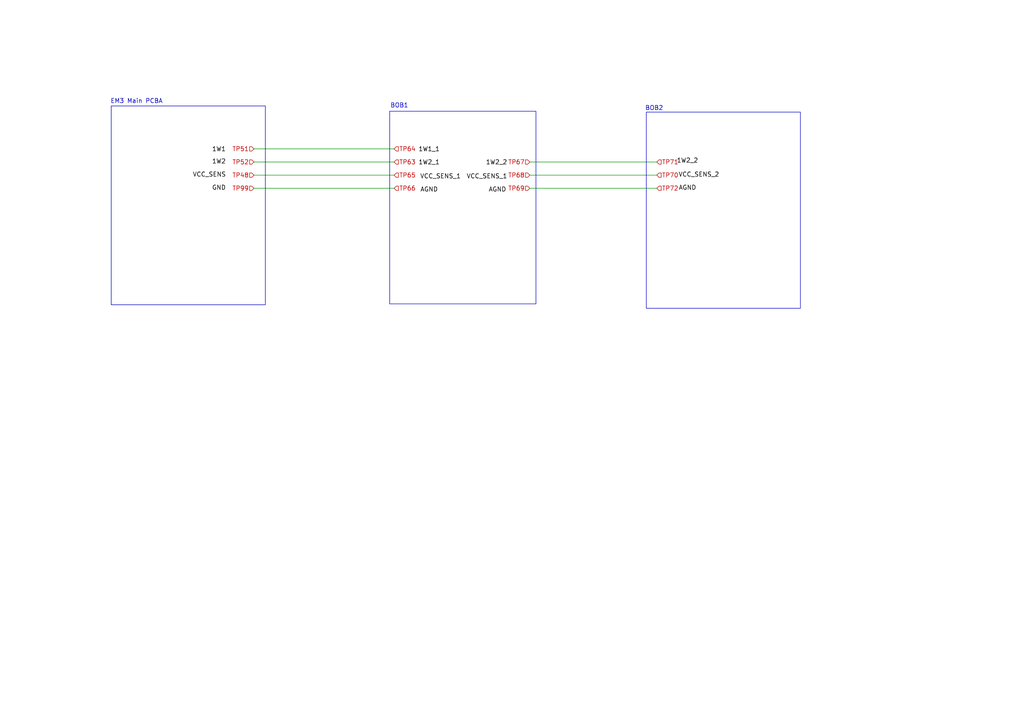
<source format=kicad_sch>
(kicad_sch
	(version 20231120)
	(generator "eeschema")
	(generator_version "8.0")
	(uuid "78c98b59-a24a-4efb-8683-1a36caecb639")
	(paper "A4")
	(lib_symbols)
	(wire
		(pts
			(xy 73.66 50.8) (xy 114.3 50.8)
		)
		(stroke
			(width 0)
			(type default)
		)
		(uuid "39c71eda-2080-4212-a120-268413b34524")
	)
	(wire
		(pts
			(xy 153.67 54.61) (xy 190.5 54.61)
		)
		(stroke
			(width 0)
			(type default)
		)
		(uuid "69052ad4-7afb-4151-96ba-39322b0e680f")
	)
	(wire
		(pts
			(xy 153.67 50.8) (xy 190.5 50.8)
		)
		(stroke
			(width 0)
			(type default)
		)
		(uuid "9a619ddc-4247-47f1-8a1c-99a1eb8dbcbf")
	)
	(wire
		(pts
			(xy 153.67 46.99) (xy 190.5 46.99)
		)
		(stroke
			(width 0)
			(type default)
		)
		(uuid "a6b107f9-062a-45d6-a863-da467a2415f3")
	)
	(wire
		(pts
			(xy 73.66 54.61) (xy 114.3 54.61)
		)
		(stroke
			(width 0)
			(type default)
		)
		(uuid "bb821a68-493e-4cee-b502-5875ddc86cf1")
	)
	(wire
		(pts
			(xy 73.66 46.99) (xy 114.3 46.99)
		)
		(stroke
			(width 0)
			(type default)
		)
		(uuid "caa5f02e-cc62-4fb6-8778-d456b6959cee")
	)
	(wire
		(pts
			(xy 73.66 43.18) (xy 114.3 43.18)
		)
		(stroke
			(width 0)
			(type default)
		)
		(uuid "f0d646fb-097e-47f1-b869-b100870fb615")
	)
	(rectangle
		(start 32.258 30.734)
		(end 76.962 88.392)
		(stroke
			(width 0)
			(type default)
		)
		(fill
			(type none)
		)
		(uuid 1a614f55-aa0a-424f-920f-c5d9cf7533c1)
	)
	(rectangle
		(start 187.452 32.512)
		(end 232.156 89.408)
		(stroke
			(width 0)
			(type default)
		)
		(fill
			(type none)
		)
		(uuid 337b315a-693f-48a2-ad6d-1ad35746617a)
	)
	(rectangle
		(start 113.03 32.258)
		(end 155.448 88.138)
		(stroke
			(width 0)
			(type default)
		)
		(fill
			(type none)
		)
		(uuid 385816a8-af9a-48f7-a5ee-7a0717e6358b)
	)
	(text "EM3 Main PCBA"
		(exclude_from_sim no)
		(at 39.624 29.464 0)
		(effects
			(font
				(size 1.27 1.27)
			)
		)
		(uuid "069a246e-e9f7-4423-8cb3-3d3b87d851b5")
	)
	(text "AGND"
		(exclude_from_sim no)
		(at 199.39 54.61 0)
		(effects
			(font
				(size 1.27 1.27)
				(color 0 0 0 1)
			)
		)
		(uuid "138e8cea-2a68-4148-9898-9dd4b24fadcc")
	)
	(text "BOB2"
		(exclude_from_sim no)
		(at 189.738 31.496 0)
		(effects
			(font
				(size 1.27 1.27)
			)
		)
		(uuid "2a3026f2-f295-4914-8236-771ef74f2a96")
	)
	(text "VCC_SENS_2"
		(exclude_from_sim no)
		(at 202.692 50.8 0)
		(effects
			(font
				(size 1.27 1.27)
				(color 0 0 0 1)
			)
		)
		(uuid "2b993656-ad6d-4e00-a023-890109953446")
	)
	(text "VCC_SENS_1"
		(exclude_from_sim no)
		(at 127.762 51.308 0)
		(effects
			(font
				(size 1.27 1.27)
				(color 0 0 0 1)
			)
		)
		(uuid "4361fe17-75b5-43d3-b9a2-1594f6654d3c")
	)
	(text "1W1"
		(exclude_from_sim no)
		(at 63.5 43.434 0)
		(effects
			(font
				(size 1.27 1.27)
				(color 0 0 0 1)
			)
		)
		(uuid "5713307f-61b7-4b1b-ae77-e3b6338c3091")
	)
	(text "AGND"
		(exclude_from_sim no)
		(at 124.46 55.118 0)
		(effects
			(font
				(size 1.27 1.27)
				(color 0 0 0 1)
			)
		)
		(uuid "5f0c65ae-bfa6-4f67-9a08-4df1fe34bc7d")
	)
	(text "1W2_2"
		(exclude_from_sim no)
		(at 199.39 46.736 0)
		(effects
			(font
				(size 1.27 1.27)
				(color 0 0 0 1)
			)
		)
		(uuid "63f69974-d288-470b-8647-d5dc6b1c3bfb")
	)
	(text "1W2_2"
		(exclude_from_sim no)
		(at 144.018 47.244 0)
		(effects
			(font
				(size 1.27 1.27)
				(color 0 0 0 1)
			)
		)
		(uuid "6dc06a52-cb3e-4193-acf8-bd033a6a175e")
	)
	(text "VCC_SENS_1"
		(exclude_from_sim no)
		(at 141.224 51.308 0)
		(effects
			(font
				(size 1.27 1.27)
				(color 0 0 0 1)
			)
		)
		(uuid "703b91c0-cd8a-44d8-8692-0c533aa0fa9e")
	)
	(text "1W2"
		(exclude_from_sim no)
		(at 63.5 46.99 0)
		(effects
			(font
				(size 1.27 1.27)
				(color 0 0 0 1)
			)
		)
		(uuid "73e6c50f-32ee-4a06-8eed-6b28d196fa56")
	)
	(text "1W1_1\n"
		(exclude_from_sim no)
		(at 124.46 43.434 0)
		(effects
			(font
				(size 1.27 1.27)
				(color 0 0 0 1)
			)
		)
		(uuid "9b12857a-e1b9-4a25-8980-933f07607bfa")
	)
	(text "1W2_1"
		(exclude_from_sim no)
		(at 124.46 47.244 0)
		(effects
			(font
				(size 1.27 1.27)
				(color 0 0 0 1)
			)
		)
		(uuid "a76c1396-85d5-4e08-a171-cb0155950935")
	)
	(text "BOB1"
		(exclude_from_sim no)
		(at 115.824 30.734 0)
		(effects
			(font
				(size 1.27 1.27)
			)
		)
		(uuid "d77e86d8-fcd8-432b-8975-0bc5c645de92")
	)
	(text "VCC_SENS"
		(exclude_from_sim no)
		(at 60.706 50.8 0)
		(effects
			(font
				(size 1.27 1.27)
				(color 0 0 0 1)
			)
		)
		(uuid "e7ce6301-ed54-4b1a-8bb8-d6a5e62886f8")
	)
	(text "AGND"
		(exclude_from_sim no)
		(at 144.272 55.118 0)
		(effects
			(font
				(size 1.27 1.27)
				(color 0 0 0 1)
			)
		)
		(uuid "fa13f1a4-2b7a-4752-adb2-9cacbac45b8f")
	)
	(text "GND"
		(exclude_from_sim no)
		(at 63.5 54.61 0)
		(effects
			(font
				(size 1.27 1.27)
				(color 0 0 0 1)
			)
		)
		(uuid "ffdedf8e-67d8-4275-bd33-3dbc7af5eb00")
	)
	(hierarchical_label "TP71"
		(shape input)
		(at 190.5 46.99 0)
		(effects
			(font
				(size 1.27 1.27)
				(color 194 0 0 1)
			)
			(justify left)
		)
		(uuid "092e6337-3a47-4886-af4c-8309d0ff6535")
	)
	(hierarchical_label "TP64"
		(shape input)
		(at 114.3 43.18 0)
		(effects
			(font
				(size 1.27 1.27)
				(color 194 0 0 1)
			)
			(justify left)
		)
		(uuid "2feda4c0-f904-42bd-8ad7-cd61d5a1ec1b")
	)
	(hierarchical_label "TP52"
		(shape input)
		(at 73.66 46.99 180)
		(effects
			(font
				(size 1.27 1.27)
				(color 194 0 0 1)
			)
			(justify right)
		)
		(uuid "48320c03-cd6c-464e-85f7-ecd99c34ccec")
	)
	(hierarchical_label "TP67"
		(shape input)
		(at 153.67 46.99 180)
		(effects
			(font
				(size 1.27 1.27)
				(color 194 0 0 1)
			)
			(justify right)
		)
		(uuid "489e9891-8cdf-43ab-a17e-c492c88372ca")
	)
	(hierarchical_label "TP99"
		(shape input)
		(at 73.66 54.61 180)
		(effects
			(font
				(size 1.27 1.27)
				(color 194 0 0 1)
			)
			(justify right)
		)
		(uuid "65ff200e-daf1-4d44-9add-8c250c790f20")
	)
	(hierarchical_label "TP63"
		(shape input)
		(at 114.3 46.99 0)
		(effects
			(font
				(size 1.27 1.27)
				(color 194 0 0 1)
			)
			(justify left)
		)
		(uuid "6a4cda47-84e3-42d1-9138-c6d5786a1b6c")
	)
	(hierarchical_label "TP68"
		(shape input)
		(at 153.67 50.8 180)
		(effects
			(font
				(size 1.27 1.27)
				(color 194 0 0 1)
			)
			(justify right)
		)
		(uuid "6b290e01-50df-4c5f-9b2e-96d641c96907")
	)
	(hierarchical_label "TP48"
		(shape input)
		(at 73.66 50.8 180)
		(effects
			(font
				(size 1.27 1.27)
				(color 194 0 0 1)
			)
			(justify right)
		)
		(uuid "842f4b80-f8a4-4892-b831-d1b70be84e23")
	)
	(hierarchical_label "TP72"
		(shape input)
		(at 190.5 54.61 0)
		(effects
			(font
				(size 1.27 1.27)
				(color 194 0 0 1)
			)
			(justify left)
		)
		(uuid "a77f6bdc-121b-46ad-a6bf-b2a319d7d48f")
	)
	(hierarchical_label "TP66"
		(shape input)
		(at 114.3 54.61 0)
		(effects
			(font
				(size 1.27 1.27)
				(color 194 0 0 1)
			)
			(justify left)
		)
		(uuid "b647b79b-bbba-42e7-bb6e-ec7e2166fb14")
	)
	(hierarchical_label "TP70"
		(shape input)
		(at 190.5 50.8 0)
		(effects
			(font
				(size 1.27 1.27)
				(color 194 0 0 1)
			)
			(justify left)
		)
		(uuid "bead7191-e3f6-4dd6-be83-ab9277ea1e85")
	)
	(hierarchical_label "TP69"
		(shape input)
		(at 153.67 54.61 180)
		(effects
			(font
				(size 1.27 1.27)
				(color 194 0 0 1)
			)
			(justify right)
		)
		(uuid "c5ef18ae-252c-496a-aef8-1d5f596387a1")
	)
	(hierarchical_label "TP65"
		(shape input)
		(at 114.3 50.8 0)
		(effects
			(font
				(size 1.27 1.27)
				(color 194 0 0 1)
			)
			(justify left)
		)
		(uuid "ecb6aff6-a7ea-40a3-a198-6e2c473b472c")
	)
	(hierarchical_label "TP51"
		(shape input)
		(at 73.66 43.18 180)
		(effects
			(font
				(size 1.27 1.27)
				(color 194 0 0 1)
			)
			(justify right)
		)
		(uuid "f00d6375-ea7d-4f1e-859f-a55610aa3271")
	)
)

</source>
